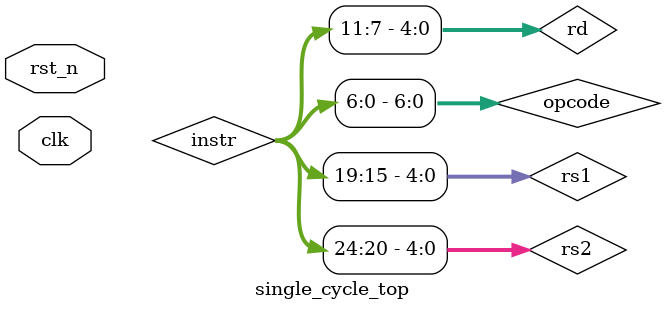
<source format=sv>
/*
===============================================================================
Project      : riscv-microarchitecture-lab
Author       : Sharjeel Imtiaz
Affiliation  : PhD Student, Tallinn University of Technology (TalTech)
Year         : 2026
Version      : v1.0 (Single-Cycle RV32I Foundation)

Contact      : sharjeel.imtiaz@taltech.ee
               sharjeelimtiazprof@gmail.com

Description  :
This file is part of the riscv-microarchitecture-lab project, a structured
research and teaching initiative focused on designing, verifying, and
formally reasoning about RISC-V microarchitectures.

The repository documents the progressive development of:
- A single-cycle RV32I processor
- A pipelined RV32IMC processor
- Assertion-based verification
- Formal verification and security-oriented microarchitectural analysis

Notes        :
- The design is intentionally modular to enable reuse across
  single-cycle and pipelined implementations.
- Formal properties and assertions are maintained in separate files.
- This project serves both research documentation and educational purposes.


===============================================================================
*/

// rtl/single_cycle/single_cycle_top.sv
`timescale 1ns/1ps
module single_cycle_top #(
  parameter IMEM_INIT = "/home/sharjeel/sharjeelphd/Research/riscv-microarchitecture-lab/rtl/common/programs/prog1.hex"
)(
  input  logic        clk,
  input  logic        rst_n
);
  // PC & instruction
  logic [31:0] pc, next_pc, instr;

  // fields
  logic [6:0] opcode;
  logic [4:0] rd, rs1, rs2;
  logic [2:0] funct3;
  logic [6:0] funct7;

  // control signals
  logic reg_write, memread, memwrite, memtoreg, alu_src;
  logic [3:0] alu_op;

  // datapath
  logic [31:0] rs1_data, rs2_data, alu_a, alu_b, alu_res, mem_rdata, wb_data;
  logic [31:0] imm_i;

  // modules
  program_counter pc_i(.clk(clk), .rst_n(rst_n), .next_pc(next_pc), .pc(pc));
  inst_memory #(.INIT_FILE(IMEM_INIT)) imem(.clk(clk), .addr(pc), .instr(instr));
  immgen imm_i_u(.instr(instr), .imm_i(imm_i), .imm_s(), .imm_b(), .imm_u(), .imm_j());

  // decode fields
  assign opcode = instr[6:0];
  assign rd     = instr[11:7];
  assign funct3 = instr[14:12];
  assign rs1    = instr[19:15];
  assign rs2    = instr[24:20];
  assign funct7 = instr[31:25];

  // control - minimal RV32I subset
  always_comb begin
    // defaults
    reg_write = 1'b0;
    memread   = 1'b0;
    memwrite  = 1'b0;
    memtoreg  = 1'b0;
    alu_src   = 1'b0;
    if (opcode == 7'b0110011) begin // R-type
      reg_write = 1'b1;
      alu_src = 1'b0;
      memtoreg = 1'b0;
      memread = 1'b0;
      memwrite = 1'b0;
    end else if (opcode == 7'b0010011) begin // I-type ALU imm
      reg_write = 1'b1;
      alu_src = 1'b1;
      memtoreg = 1'b0;
    end else if (opcode == 7'b0000011) begin // LW
      reg_write = 1'b1;
      memread = 1'b1;
      alu_src = 1'b1;
      memtoreg = 1'b1;
    end else if (opcode == 7'b0100011) begin // SW
      memwrite = 1'b1;
      alu_src = 1'b1;
    end
  end

  // regfile
  regfile rf(.clk(clk), .rst_n(rst_n), .we(reg_write), .rs1(rs1), .rs2(rs2), .rd(rd), .wd(wb_data),
             .rd1(rs1_data), .rd2(rs2_data));

  // alu control + alu
  alu_ctrl aluctrl(.opcode(opcode), .funct3(funct3), .funct7(funct7), .alu_op(alu_op));
  assign alu_a = rs1_data;
  assign alu_b = alu_src ? imm_i : rs2_data;
  alu alu_i(.a(alu_a), .b(alu_b), .alu_op(alu_op), .result(alu_res), .zero());

  // data memory
  data_memory dmem(.clk(clk), .rst_n(rst_n), .wr_en(memwrite), .rd_en(memread), .addr(alu_res), .wdata(rs2_data), .rdata(mem_rdata));

  // writeback mux
  assign wb_data = memtoreg ? mem_rdata : alu_res;

  // next PC (simple +4)
  assign next_pc = pc + 32'd4;

endmodule

</source>
